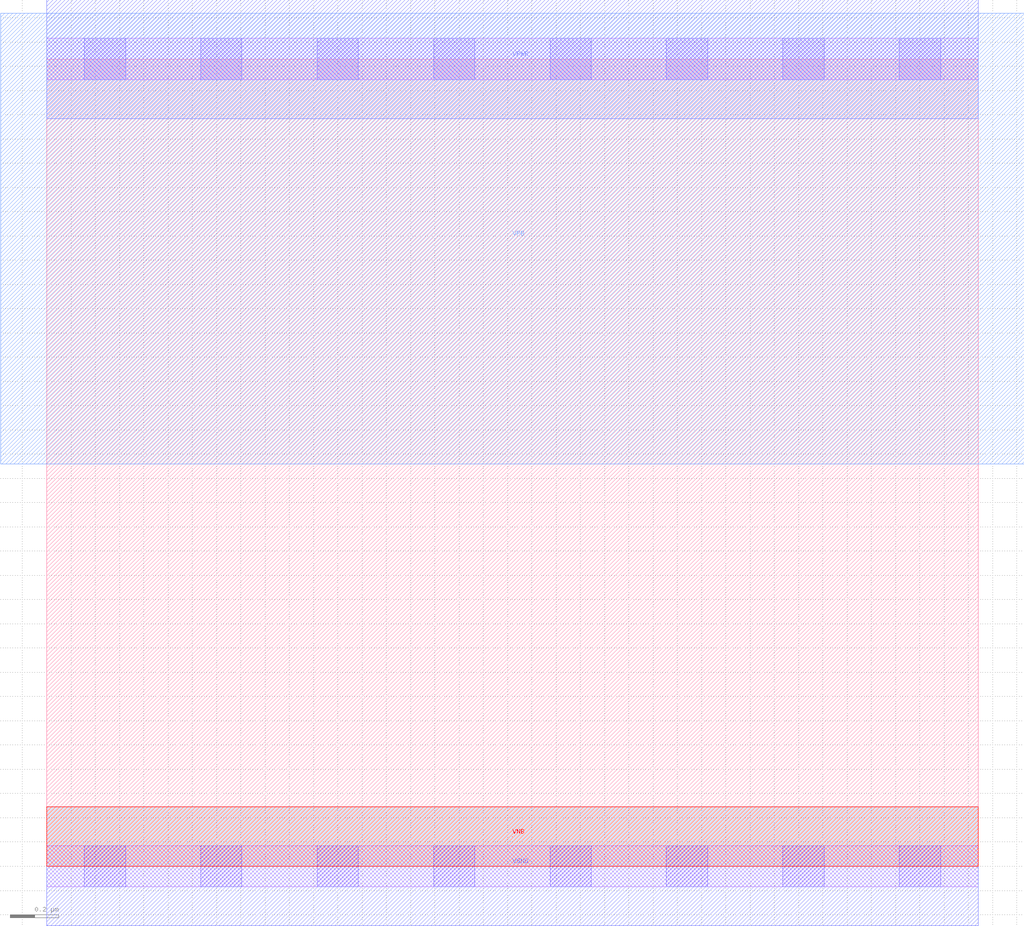
<source format=lef>
# Copyright 2020 The SkyWater PDK Authors
#
# Licensed under the Apache License, Version 2.0 (the "License");
# you may not use this file except in compliance with the License.
# You may obtain a copy of the License at
#
#     https://www.apache.org/licenses/LICENSE-2.0
#
# Unless required by applicable law or agreed to in writing, software
# distributed under the License is distributed on an "AS IS" BASIS,
# WITHOUT WARRANTIES OR CONDITIONS OF ANY KIND, either express or implied.
# See the License for the specific language governing permissions and
# limitations under the License.
#
# SPDX-License-Identifier: Apache-2.0

VERSION 5.7 ;
  NOWIREEXTENSIONATPIN ON ;
  DIVIDERCHAR "/" ;
  BUSBITCHARS "[]" ;
MACRO sky130_fd_sc_ms__fill_8
  CLASS CORE SPACER ;
  FOREIGN sky130_fd_sc_ms__fill_8 ;
  ORIGIN  0.000000  0.000000 ;
  SIZE  3.840000 BY  3.330000 ;
  SYMMETRY X Y ;
  SITE unit ;
  PIN VGND
    DIRECTION INOUT ;
    USE GROUND ;
    PORT
      LAYER met1 ;
        RECT 0.000000 -0.245000 3.840000 0.245000 ;
    END
  END VGND
  PIN VNB
    DIRECTION INOUT ;
    USE GROUND ;
    PORT
      LAYER pwell ;
        RECT 0.000000 0.000000 3.840000 0.245000 ;
    END
  END VNB
  PIN VPB
    DIRECTION INOUT ;
    USE POWER ;
    PORT
      LAYER nwell ;
        RECT -0.190000 1.660000 4.030000 3.520000 ;
    END
  END VPB
  PIN VPWR
    DIRECTION INOUT ;
    USE POWER ;
    PORT
      LAYER met1 ;
        RECT 0.000000 3.085000 3.840000 3.575000 ;
    END
  END VPWR
  OBS
    LAYER li1 ;
      RECT 0.000000 -0.085000 3.840000 0.085000 ;
      RECT 0.000000  3.245000 3.840000 3.415000 ;
    LAYER mcon ;
      RECT 0.155000 -0.085000 0.325000 0.085000 ;
      RECT 0.155000  3.245000 0.325000 3.415000 ;
      RECT 0.635000 -0.085000 0.805000 0.085000 ;
      RECT 0.635000  3.245000 0.805000 3.415000 ;
      RECT 1.115000 -0.085000 1.285000 0.085000 ;
      RECT 1.115000  3.245000 1.285000 3.415000 ;
      RECT 1.595000 -0.085000 1.765000 0.085000 ;
      RECT 1.595000  3.245000 1.765000 3.415000 ;
      RECT 2.075000 -0.085000 2.245000 0.085000 ;
      RECT 2.075000  3.245000 2.245000 3.415000 ;
      RECT 2.555000 -0.085000 2.725000 0.085000 ;
      RECT 2.555000  3.245000 2.725000 3.415000 ;
      RECT 3.035000 -0.085000 3.205000 0.085000 ;
      RECT 3.035000  3.245000 3.205000 3.415000 ;
      RECT 3.515000 -0.085000 3.685000 0.085000 ;
      RECT 3.515000  3.245000 3.685000 3.415000 ;
  END
END sky130_fd_sc_ms__fill_8
END LIBRARY

</source>
